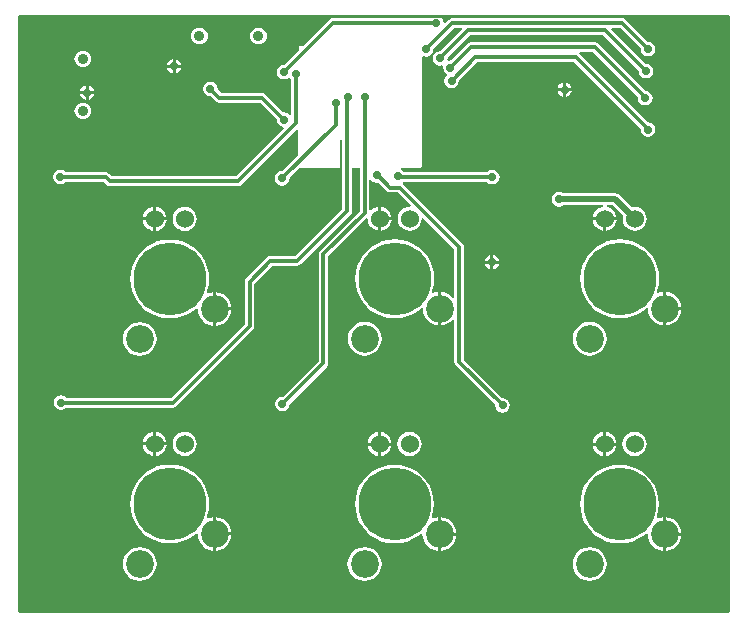
<source format=gbl>
G04*
G04 #@! TF.GenerationSoftware,Altium Limited,Altium Designer,19.0.15 (446)*
G04*
G04 Layer_Physical_Order=2*
G04 Layer_Color=16711680*
%FSLAX44Y44*%
%MOMM*%
G71*
G01*
G75*
%ADD12C,0.3000*%
%ADD16C,0.2540*%
%ADD58C,0.5000*%
%ADD59C,0.9000*%
%ADD60C,1.5240*%
%ADD61C,6.1500*%
%ADD62C,2.3500*%
%ADD63C,0.7112*%
G36*
X600000Y-503500D02*
X0D01*
Y0D01*
X347346D01*
X347978Y-1270D01*
X347705Y-1631D01*
X265941D01*
X264365Y-1944D01*
X263028Y-2837D01*
X240366Y-25500D01*
X236822D01*
X236772Y-29094D01*
X224516Y-41349D01*
X224191Y-41284D01*
X221812Y-41758D01*
X219796Y-43105D01*
X218449Y-45121D01*
X217976Y-47500D01*
X218449Y-49878D01*
X219796Y-51895D01*
X221812Y-53242D01*
X224191Y-53715D01*
X226570Y-53242D01*
X227714Y-52477D01*
X229425Y-52751D01*
X229855Y-53395D01*
X230131Y-53579D01*
Y-83667D01*
X228861Y-84052D01*
X228395Y-83355D01*
X226378Y-82008D01*
X224000Y-81535D01*
X223675Y-81599D01*
X208663Y-66587D01*
X207326Y-65694D01*
X205750Y-65381D01*
X170956D01*
X167901Y-62325D01*
X167965Y-62000D01*
X167492Y-59622D01*
X166145Y-57605D01*
X164128Y-56258D01*
X161750Y-55785D01*
X159372Y-56258D01*
X157355Y-57605D01*
X156008Y-59622D01*
X155535Y-62000D01*
X156008Y-64378D01*
X157355Y-66395D01*
X159372Y-67742D01*
X161750Y-68215D01*
X162075Y-68151D01*
X166337Y-72413D01*
X167674Y-73306D01*
X169250Y-73619D01*
X204044D01*
X217849Y-87425D01*
X217785Y-87750D01*
X218258Y-90128D01*
X219605Y-92145D01*
X221621Y-93492D01*
X223510Y-93868D01*
X224016Y-95159D01*
X183294Y-135881D01*
X78394D01*
X76100Y-133587D01*
X74764Y-132694D01*
X73188Y-132381D01*
X39329D01*
X39145Y-132105D01*
X37129Y-130758D01*
X34750Y-130284D01*
X32371Y-130758D01*
X30355Y-132105D01*
X29008Y-134121D01*
X28535Y-136500D01*
X29008Y-138878D01*
X30355Y-140895D01*
X32371Y-142242D01*
X34750Y-142715D01*
X37129Y-142242D01*
X39145Y-140895D01*
X39329Y-140619D01*
X71481D01*
X73775Y-142913D01*
X75111Y-143806D01*
X76688Y-144119D01*
X185000D01*
X186576Y-143806D01*
X187913Y-142913D01*
X235077Y-95749D01*
X236250Y-96235D01*
Y-118019D01*
X222919Y-131349D01*
X222594Y-131285D01*
X220215Y-131758D01*
X218199Y-133105D01*
X216851Y-135122D01*
X216378Y-137500D01*
X216851Y-139879D01*
X218199Y-141895D01*
X220215Y-143242D01*
X222594Y-143716D01*
X224972Y-143242D01*
X226989Y-141895D01*
X228336Y-139879D01*
X228809Y-137500D01*
X228744Y-137175D01*
X236919Y-129000D01*
X271250D01*
X271285Y-128965D01*
Y-105500D01*
X273381D01*
Y-163735D01*
X233735Y-203381D01*
X212500D01*
X210924Y-203694D01*
X209587Y-204587D01*
X192087Y-222087D01*
X191194Y-223424D01*
X190881Y-225000D01*
Y-260794D01*
X128294Y-323381D01*
X40079D01*
X39895Y-323105D01*
X37878Y-321757D01*
X35500Y-321284D01*
X33121Y-321757D01*
X31105Y-323105D01*
X29757Y-325121D01*
X29284Y-327500D01*
X29757Y-329878D01*
X31105Y-331895D01*
X33121Y-333242D01*
X35500Y-333715D01*
X37878Y-333242D01*
X39895Y-331895D01*
X40079Y-331619D01*
X130000D01*
X131577Y-331305D01*
X132913Y-330412D01*
X197913Y-265413D01*
X198806Y-264076D01*
X199119Y-262500D01*
Y-226706D01*
X214206Y-211619D01*
X235441D01*
X237018Y-211306D01*
X238354Y-210413D01*
X280413Y-168354D01*
X281306Y-167018D01*
X281619Y-165441D01*
Y-129000D01*
X288171D01*
Y-165399D01*
X254587Y-198982D01*
X253694Y-200319D01*
X253381Y-201895D01*
Y-292294D01*
X223076Y-322599D01*
X222750Y-322534D01*
X220372Y-323008D01*
X218355Y-324355D01*
X217008Y-326371D01*
X216535Y-328750D01*
X217008Y-331129D01*
X218355Y-333145D01*
X220372Y-334492D01*
X222750Y-334965D01*
X225129Y-334492D01*
X227145Y-333145D01*
X228493Y-331129D01*
X228966Y-328750D01*
X228901Y-328425D01*
X260413Y-296913D01*
X261306Y-295576D01*
X261619Y-294000D01*
Y-203601D01*
X293681Y-171539D01*
X294907Y-172110D01*
X295202Y-174352D01*
X296226Y-176824D01*
X297854Y-178946D01*
X299977Y-180574D01*
X302448Y-181598D01*
X303831Y-181780D01*
Y-171700D01*
Y-161619D01*
X302448Y-161801D01*
X299977Y-162825D01*
X297854Y-164454D01*
X297612Y-164770D01*
X296409Y-164362D01*
Y-139143D01*
X297679Y-138757D01*
X298105Y-139395D01*
X300121Y-140742D01*
X302500Y-141215D01*
X303754Y-140966D01*
X311075Y-148288D01*
X312411Y-149181D01*
X313988Y-149494D01*
X320419D01*
X331264Y-160340D01*
X330703Y-161479D01*
X330500Y-161452D01*
X327848Y-161801D01*
X325377Y-162825D01*
X323254Y-164454D01*
X321626Y-166576D01*
X320602Y-169047D01*
X320253Y-171700D01*
X320602Y-174352D01*
X321626Y-176824D01*
X323254Y-178946D01*
X325377Y-180574D01*
X327848Y-181598D01*
X330500Y-181947D01*
X333153Y-181598D01*
X335624Y-180574D01*
X337747Y-178946D01*
X339375Y-176824D01*
X340399Y-174352D01*
X340748Y-171700D01*
X340722Y-171498D01*
X341861Y-170936D01*
X368381Y-197456D01*
Y-238715D01*
X367178Y-239123D01*
X366092Y-237708D01*
X363107Y-235417D01*
X359631Y-233978D01*
X357170Y-233654D01*
Y-247900D01*
Y-262146D01*
X359631Y-261822D01*
X363107Y-260382D01*
X366092Y-258092D01*
X367178Y-256676D01*
X368381Y-257084D01*
Y-293000D01*
X368694Y-294576D01*
X369587Y-295913D01*
X403100Y-329425D01*
X403035Y-329750D01*
X403508Y-332129D01*
X404855Y-334145D01*
X406872Y-335493D01*
X409250Y-335966D01*
X411629Y-335493D01*
X413645Y-334145D01*
X414992Y-332129D01*
X415466Y-329750D01*
X414992Y-327372D01*
X413645Y-325355D01*
X411629Y-324008D01*
X409250Y-323535D01*
X408925Y-323600D01*
X376619Y-291294D01*
Y-195750D01*
X376306Y-194174D01*
X375413Y-192837D01*
X325038Y-142462D01*
X325163Y-141018D01*
X325517Y-140619D01*
X395862D01*
X396046Y-140895D01*
X398063Y-142242D01*
X400441Y-142716D01*
X402820Y-142242D01*
X404836Y-140895D01*
X406184Y-138879D01*
X406657Y-136500D01*
X406184Y-134122D01*
X404836Y-132105D01*
X402820Y-130758D01*
X400441Y-130285D01*
X398063Y-130758D01*
X396046Y-132105D01*
X395862Y-132381D01*
X325425D01*
X324836Y-131500D01*
X322995Y-130270D01*
X323020Y-129557D01*
X323207Y-129000D01*
X339408D01*
X341250Y-127158D01*
Y-34860D01*
X342520Y-34083D01*
X344441Y-34465D01*
X346820Y-33992D01*
X348836Y-32645D01*
X350183Y-30628D01*
X350657Y-28250D01*
X350592Y-27924D01*
X368397Y-10119D01*
X374692D01*
X375178Y-11293D01*
X356622Y-29849D01*
X356296Y-29784D01*
X353918Y-30258D01*
X351901Y-31605D01*
X350554Y-33621D01*
X350081Y-36000D01*
X350554Y-38378D01*
X351901Y-40395D01*
X353918Y-41742D01*
X356296Y-42215D01*
X357795Y-41917D01*
X358875Y-42997D01*
X358726Y-43750D01*
X359199Y-46128D01*
X360546Y-48145D01*
X361773Y-48965D01*
Y-50493D01*
X361605Y-50605D01*
X360258Y-52621D01*
X359785Y-55000D01*
X360258Y-57379D01*
X361605Y-59395D01*
X363621Y-60742D01*
X366000Y-61215D01*
X368378Y-60742D01*
X370395Y-59395D01*
X371742Y-57379D01*
X372215Y-55000D01*
X372151Y-54675D01*
X387706Y-39119D01*
X469794D01*
X526133Y-95458D01*
X525976Y-96250D01*
X526449Y-98628D01*
X527796Y-100645D01*
X529813Y-101992D01*
X532191Y-102465D01*
X534570Y-101992D01*
X536586Y-100645D01*
X537933Y-98628D01*
X538406Y-96250D01*
X537933Y-93871D01*
X536586Y-91855D01*
X534570Y-90508D01*
X532402Y-90076D01*
X474413Y-32087D01*
X474116Y-31889D01*
X474501Y-30619D01*
X485794D01*
X523883Y-68708D01*
X523726Y-69500D01*
X524199Y-71878D01*
X525546Y-73895D01*
X527562Y-75242D01*
X529941Y-75715D01*
X532320Y-75242D01*
X534336Y-73895D01*
X535683Y-71878D01*
X536157Y-69500D01*
X535683Y-67121D01*
X534336Y-65105D01*
X532320Y-63758D01*
X530152Y-63326D01*
X490413Y-23587D01*
X489076Y-22694D01*
X487500Y-22381D01*
X382191D01*
X380615Y-22694D01*
X379278Y-23587D01*
X365266Y-37599D01*
X364941Y-37534D01*
X363442Y-37833D01*
X362522Y-36913D01*
X362558Y-35564D01*
X381752Y-16369D01*
X494544D01*
X524509Y-46334D01*
X524476Y-46500D01*
X524949Y-48878D01*
X526296Y-50895D01*
X528312Y-52242D01*
X530691Y-52715D01*
X533070Y-52242D01*
X535086Y-50895D01*
X536433Y-48878D01*
X536907Y-46500D01*
X536433Y-44121D01*
X535086Y-42105D01*
X533070Y-40758D01*
X530691Y-40285D01*
X530206Y-40381D01*
X501118Y-11293D01*
X501604Y-10119D01*
X508544D01*
X526050Y-27625D01*
X525976Y-28000D01*
X526449Y-30378D01*
X527796Y-32395D01*
X529813Y-33742D01*
X532191Y-34215D01*
X534570Y-33742D01*
X536586Y-32395D01*
X537933Y-30378D01*
X538406Y-28000D01*
X537933Y-25621D01*
X536586Y-23605D01*
X534570Y-22258D01*
X532191Y-21785D01*
X531915Y-21839D01*
X513163Y-3087D01*
X511826Y-2194D01*
X510250Y-1881D01*
X366691D01*
X365115Y-2194D01*
X363778Y-3087D01*
X360520Y-6345D01*
X359917Y-6023D01*
X359392Y-5677D01*
X358933Y-3371D01*
X357586Y-1355D01*
X357459Y-1270D01*
X357844Y0D01*
X600000D01*
Y-503500D01*
D02*
G37*
%LPC*%
G36*
X202500Y-9899D02*
X200662Y-10141D01*
X198950Y-10851D01*
X197479Y-11979D01*
X196351Y-13450D01*
X195641Y-15162D01*
X195399Y-17000D01*
X195641Y-18838D01*
X196351Y-20550D01*
X197479Y-22021D01*
X198950Y-23149D01*
X200662Y-23859D01*
X202500Y-24101D01*
X204338Y-23859D01*
X206050Y-23149D01*
X207521Y-22021D01*
X208649Y-20550D01*
X209359Y-18838D01*
X209601Y-17000D01*
X209359Y-15162D01*
X208649Y-13450D01*
X207521Y-11979D01*
X206050Y-10851D01*
X204338Y-10141D01*
X202500Y-9899D01*
D02*
G37*
G36*
X152500D02*
X150662Y-10141D01*
X148950Y-10851D01*
X147479Y-11979D01*
X146351Y-13450D01*
X145641Y-15162D01*
X145399Y-17000D01*
X145641Y-18838D01*
X146351Y-20550D01*
X147479Y-22021D01*
X148950Y-23149D01*
X150662Y-23859D01*
X152500Y-24101D01*
X154338Y-23859D01*
X156050Y-23149D01*
X157521Y-22021D01*
X158649Y-20550D01*
X159359Y-18838D01*
X159601Y-17000D01*
X159359Y-15162D01*
X158649Y-13450D01*
X157521Y-11979D01*
X156050Y-10851D01*
X154338Y-10141D01*
X152500Y-9899D01*
D02*
G37*
G36*
X132270Y-36787D02*
Y-41480D01*
X136963D01*
X136742Y-40371D01*
X135395Y-38355D01*
X133378Y-37008D01*
X132270Y-36787D01*
D02*
G37*
G36*
X129730D02*
X128621Y-37008D01*
X126605Y-38355D01*
X125258Y-40371D01*
X125037Y-41480D01*
X129730D01*
Y-36787D01*
D02*
G37*
G36*
X53750Y-29399D02*
X51912Y-29641D01*
X50200Y-30351D01*
X48729Y-31479D01*
X47601Y-32950D01*
X46891Y-34662D01*
X46649Y-36500D01*
X46891Y-38338D01*
X47601Y-40050D01*
X48729Y-41521D01*
X50200Y-42649D01*
X51912Y-43359D01*
X53750Y-43601D01*
X55588Y-43359D01*
X57300Y-42649D01*
X58771Y-41521D01*
X59899Y-40050D01*
X60609Y-38338D01*
X60851Y-36500D01*
X60609Y-34662D01*
X59899Y-32950D01*
X58771Y-31479D01*
X57300Y-30351D01*
X55588Y-29641D01*
X53750Y-29399D01*
D02*
G37*
G36*
X136963Y-44020D02*
X132270D01*
Y-48713D01*
X133378Y-48492D01*
X135395Y-47145D01*
X136742Y-45128D01*
X136963Y-44020D01*
D02*
G37*
G36*
X129730D02*
X125037D01*
X125258Y-45128D01*
X126605Y-47145D01*
X128621Y-48492D01*
X129730Y-48713D01*
Y-44020D01*
D02*
G37*
G36*
X462961Y-56537D02*
Y-61230D01*
X467654D01*
X467434Y-60122D01*
X466086Y-58105D01*
X464070Y-56758D01*
X462961Y-56537D01*
D02*
G37*
G36*
X460421D02*
X459313Y-56758D01*
X457296Y-58105D01*
X455949Y-60122D01*
X455728Y-61230D01*
X460421D01*
Y-56537D01*
D02*
G37*
G36*
X58770Y-59037D02*
Y-63730D01*
X63463D01*
X63242Y-62621D01*
X61895Y-60605D01*
X59878Y-59258D01*
X58770Y-59037D01*
D02*
G37*
G36*
X56230D02*
X55121Y-59258D01*
X53105Y-60605D01*
X51757Y-62621D01*
X51537Y-63730D01*
X56230D01*
Y-59037D01*
D02*
G37*
G36*
X467654Y-63770D02*
X462961D01*
Y-68463D01*
X464070Y-68242D01*
X466086Y-66895D01*
X467434Y-64879D01*
X467654Y-63770D01*
D02*
G37*
G36*
X460421D02*
X455728D01*
X455949Y-64879D01*
X457296Y-66895D01*
X459313Y-68242D01*
X460421Y-68463D01*
Y-63770D01*
D02*
G37*
G36*
X63463Y-66270D02*
X58770D01*
Y-70963D01*
X59878Y-70742D01*
X61895Y-69395D01*
X63242Y-67378D01*
X63463Y-66270D01*
D02*
G37*
G36*
X56230D02*
X51537D01*
X51757Y-67378D01*
X53105Y-69395D01*
X55121Y-70742D01*
X56230Y-70963D01*
Y-66270D01*
D02*
G37*
G36*
X53750Y-73399D02*
X51912Y-73641D01*
X50200Y-74351D01*
X48729Y-75479D01*
X47601Y-76950D01*
X46891Y-78662D01*
X46649Y-80500D01*
X46891Y-82338D01*
X47601Y-84050D01*
X48729Y-85521D01*
X50200Y-86649D01*
X51912Y-87359D01*
X53750Y-87601D01*
X55588Y-87359D01*
X57300Y-86649D01*
X58771Y-85521D01*
X59899Y-84050D01*
X60609Y-82338D01*
X60851Y-80500D01*
X60609Y-78662D01*
X59899Y-76950D01*
X58771Y-75479D01*
X57300Y-74351D01*
X55588Y-73641D01*
X53750Y-73399D01*
D02*
G37*
G36*
X306371Y-161619D02*
Y-170430D01*
X315181D01*
X314999Y-169047D01*
X313975Y-166576D01*
X312347Y-164454D01*
X310224Y-162825D01*
X307753Y-161801D01*
X306371Y-161619D01*
D02*
G37*
G36*
X115871Y-161869D02*
Y-170680D01*
X124681D01*
X124499Y-169297D01*
X123475Y-166826D01*
X121847Y-164703D01*
X119724Y-163075D01*
X117253Y-162051D01*
X115871Y-161869D01*
D02*
G37*
G36*
X113330D02*
X111948Y-162051D01*
X109477Y-163075D01*
X107354Y-164703D01*
X105726Y-166826D01*
X104702Y-169297D01*
X104520Y-170680D01*
X113330D01*
Y-161869D01*
D02*
G37*
G36*
X505681Y-172970D02*
X496870D01*
Y-181780D01*
X498253Y-181598D01*
X500724Y-180574D01*
X502847Y-178946D01*
X504475Y-176824D01*
X505499Y-174352D01*
X505681Y-172970D01*
D02*
G37*
G36*
X315181D02*
X306371D01*
Y-181780D01*
X307753Y-181598D01*
X310224Y-180574D01*
X312347Y-178946D01*
X313975Y-176824D01*
X314999Y-174352D01*
X315181Y-172970D01*
D02*
G37*
G36*
X494330D02*
X485520D01*
X485702Y-174352D01*
X486726Y-176824D01*
X488354Y-178946D01*
X490477Y-180574D01*
X492948Y-181598D01*
X494330Y-181780D01*
Y-172970D01*
D02*
G37*
G36*
X456941Y-149035D02*
X454563Y-149508D01*
X452546Y-150855D01*
X451199Y-152872D01*
X450726Y-155250D01*
X451199Y-157629D01*
X452546Y-159645D01*
X454563Y-160993D01*
X456941Y-161466D01*
X459320Y-160993D01*
X460223Y-160389D01*
X493946D01*
X494029Y-161659D01*
X492948Y-161801D01*
X490477Y-162825D01*
X488354Y-164454D01*
X486726Y-166576D01*
X485702Y-169047D01*
X485520Y-170430D01*
X495601D01*
X505681D01*
X505499Y-169047D01*
X504475Y-166576D01*
X502847Y-164454D01*
X500724Y-162825D01*
X498253Y-161801D01*
X497172Y-161659D01*
X497255Y-160389D01*
X502422D01*
X511100Y-169066D01*
X510753Y-171700D01*
X511102Y-174352D01*
X512126Y-176824D01*
X513754Y-178946D01*
X515877Y-180574D01*
X518348Y-181598D01*
X521001Y-181947D01*
X523653Y-181598D01*
X526124Y-180574D01*
X528247Y-178946D01*
X529875Y-176824D01*
X530899Y-174352D01*
X531248Y-171700D01*
X530899Y-169047D01*
X529875Y-166576D01*
X528247Y-164454D01*
X526124Y-162825D01*
X523653Y-161801D01*
X521001Y-161452D01*
X518367Y-161799D01*
X508185Y-151616D01*
X506517Y-150503D01*
X504551Y-150111D01*
X460223D01*
X459320Y-149508D01*
X456941Y-149035D01*
D02*
G37*
G36*
X124681Y-173220D02*
X115871D01*
Y-182030D01*
X117253Y-181848D01*
X119724Y-180824D01*
X121847Y-179196D01*
X123475Y-177073D01*
X124499Y-174602D01*
X124681Y-173220D01*
D02*
G37*
G36*
X113330D02*
X104520D01*
X104702Y-174602D01*
X105726Y-177073D01*
X107354Y-179196D01*
X109477Y-180824D01*
X111948Y-181848D01*
X113330Y-182030D01*
Y-173220D01*
D02*
G37*
G36*
X140000Y-161702D02*
X137348Y-162051D01*
X134877Y-163075D01*
X132754Y-164703D01*
X131126Y-166826D01*
X130102Y-169297D01*
X129753Y-171950D01*
X130102Y-174602D01*
X131126Y-177073D01*
X132754Y-179196D01*
X134877Y-180824D01*
X137348Y-181848D01*
X140000Y-182197D01*
X142653Y-181848D01*
X145124Y-180824D01*
X147247Y-179196D01*
X148875Y-177073D01*
X149899Y-174602D01*
X150248Y-171950D01*
X149899Y-169297D01*
X148875Y-166826D01*
X147247Y-164703D01*
X145124Y-163075D01*
X142653Y-162051D01*
X140000Y-161702D01*
D02*
G37*
G36*
X401461Y-202537D02*
Y-207230D01*
X406154D01*
X405934Y-206122D01*
X404586Y-204105D01*
X402570Y-202758D01*
X401461Y-202537D01*
D02*
G37*
G36*
X398921D02*
X397813Y-202758D01*
X395796Y-204105D01*
X394449Y-206122D01*
X394229Y-207230D01*
X398921D01*
Y-202537D01*
D02*
G37*
G36*
X406154Y-209770D02*
X401461D01*
Y-214463D01*
X402570Y-214242D01*
X404586Y-212895D01*
X405934Y-210879D01*
X406154Y-209770D01*
D02*
G37*
G36*
X398921D02*
X394229D01*
X394449Y-210879D01*
X395796Y-212895D01*
X397813Y-214242D01*
X398921Y-214463D01*
Y-209770D01*
D02*
G37*
G36*
X547671Y-233654D02*
Y-246630D01*
X560647D01*
X560323Y-244169D01*
X558883Y-240693D01*
X556592Y-237708D01*
X553607Y-235417D01*
X550131Y-233978D01*
X547671Y-233654D01*
D02*
G37*
G36*
X166670Y-233904D02*
Y-246880D01*
X179647D01*
X179323Y-244419D01*
X177883Y-240943D01*
X175592Y-237958D01*
X172607Y-235667D01*
X169131Y-234227D01*
X166670Y-233904D01*
D02*
G37*
G36*
X560647Y-249170D02*
X547671D01*
Y-262146D01*
X550131Y-261822D01*
X553607Y-260382D01*
X556592Y-258092D01*
X558883Y-255106D01*
X560323Y-251630D01*
X560647Y-249170D01*
D02*
G37*
G36*
X508301Y-189107D02*
X503077Y-189518D01*
X497982Y-190741D01*
X493140Y-192746D01*
X488673Y-195484D01*
X484688Y-198887D01*
X481285Y-202872D01*
X478547Y-207340D01*
X476542Y-212181D01*
X475319Y-217276D01*
X474908Y-222500D01*
X475319Y-227724D01*
X476542Y-232819D01*
X478547Y-237660D01*
X481285Y-242128D01*
X484688Y-246112D01*
X488673Y-249515D01*
X493140Y-252253D01*
X497982Y-254258D01*
X503077Y-255481D01*
X508301Y-255893D01*
X513524Y-255481D01*
X518619Y-254258D01*
X523461Y-252253D01*
X527928Y-249515D01*
X530818Y-247047D01*
X532014Y-247696D01*
X531987Y-247900D01*
X532478Y-251630D01*
X533918Y-255106D01*
X536209Y-258092D01*
X539194Y-260382D01*
X542670Y-261822D01*
X545131Y-262146D01*
Y-247900D01*
Y-233654D01*
X542670Y-233978D01*
X540598Y-234836D01*
X539626Y-233864D01*
X540059Y-232819D01*
X541282Y-227724D01*
X541693Y-222500D01*
X541282Y-217276D01*
X540059Y-212181D01*
X538054Y-207340D01*
X535316Y-202872D01*
X531913Y-198887D01*
X527928Y-195484D01*
X523461Y-192746D01*
X518619Y-190741D01*
X513524Y-189518D01*
X508301Y-189107D01*
D02*
G37*
G36*
X317801D02*
X312577Y-189518D01*
X307482Y-190741D01*
X302640Y-192746D01*
X298173Y-195484D01*
X294188Y-198887D01*
X290785Y-202872D01*
X288047Y-207340D01*
X286042Y-212181D01*
X284819Y-217276D01*
X284408Y-222500D01*
X284819Y-227724D01*
X286042Y-232819D01*
X288047Y-237660D01*
X290785Y-242128D01*
X294188Y-246112D01*
X298173Y-249515D01*
X302640Y-252253D01*
X307482Y-254258D01*
X312577Y-255481D01*
X317801Y-255893D01*
X323024Y-255481D01*
X328120Y-254258D01*
X332961Y-252253D01*
X337428Y-249515D01*
X340318Y-247047D01*
X341514Y-247696D01*
X341487Y-247900D01*
X341978Y-251630D01*
X343418Y-255106D01*
X345709Y-258092D01*
X348694Y-260382D01*
X352170Y-261822D01*
X354631Y-262146D01*
Y-247900D01*
Y-233654D01*
X352170Y-233978D01*
X350098Y-234836D01*
X349126Y-233864D01*
X349559Y-232819D01*
X350782Y-227724D01*
X351194Y-222500D01*
X350782Y-217276D01*
X349559Y-212181D01*
X347554Y-207340D01*
X344816Y-202872D01*
X341413Y-198887D01*
X337428Y-195484D01*
X332961Y-192746D01*
X328120Y-190741D01*
X323024Y-189518D01*
X317801Y-189107D01*
D02*
G37*
G36*
X179647Y-249420D02*
X166670D01*
Y-262396D01*
X169131Y-262072D01*
X172607Y-260632D01*
X175592Y-258341D01*
X177883Y-255356D01*
X179323Y-251880D01*
X179647Y-249420D01*
D02*
G37*
G36*
X127301Y-189357D02*
X122077Y-189768D01*
X116982Y-190991D01*
X112140Y-192996D01*
X107673Y-195734D01*
X103688Y-199137D01*
X100285Y-203122D01*
X97547Y-207590D01*
X95542Y-212431D01*
X94319Y-217526D01*
X93908Y-222750D01*
X94319Y-227973D01*
X95542Y-233069D01*
X97547Y-237910D01*
X100285Y-242377D01*
X103688Y-246362D01*
X107673Y-249765D01*
X112140Y-252503D01*
X116982Y-254508D01*
X122077Y-255732D01*
X127301Y-256143D01*
X132524Y-255732D01*
X137619Y-254508D01*
X142461Y-252503D01*
X146928Y-249765D01*
X149818Y-247297D01*
X151014Y-247946D01*
X150987Y-248150D01*
X151478Y-251880D01*
X152918Y-255356D01*
X155209Y-258341D01*
X158194Y-260632D01*
X161670Y-262072D01*
X164130Y-262396D01*
Y-248150D01*
Y-233904D01*
X161670Y-234227D01*
X159598Y-235086D01*
X158626Y-234114D01*
X159059Y-233069D01*
X160282Y-227973D01*
X160693Y-222750D01*
X160282Y-217526D01*
X159059Y-212431D01*
X157054Y-207590D01*
X154316Y-203122D01*
X150913Y-199137D01*
X146928Y-195734D01*
X142461Y-192996D01*
X137619Y-190991D01*
X132524Y-189768D01*
X127301Y-189357D01*
D02*
G37*
G36*
X482901Y-258886D02*
X479170Y-259377D01*
X475694Y-260817D01*
X472709Y-263108D01*
X470418Y-266093D01*
X468978Y-269569D01*
X468487Y-273300D01*
X468978Y-277030D01*
X470418Y-280506D01*
X472709Y-283491D01*
X475694Y-285782D01*
X479170Y-287222D01*
X482901Y-287713D01*
X486631Y-287222D01*
X490107Y-285782D01*
X493092Y-283491D01*
X495383Y-280506D01*
X496823Y-277030D01*
X497314Y-273300D01*
X496823Y-269569D01*
X495383Y-266093D01*
X493092Y-263108D01*
X490107Y-260817D01*
X486631Y-259377D01*
X482901Y-258886D01*
D02*
G37*
G36*
X292400D02*
X288670Y-259377D01*
X285194Y-260817D01*
X282209Y-263108D01*
X279918Y-266093D01*
X278478Y-269569D01*
X277987Y-273300D01*
X278478Y-277030D01*
X279918Y-280506D01*
X282209Y-283491D01*
X285194Y-285782D01*
X288670Y-287222D01*
X292400Y-287713D01*
X296131Y-287222D01*
X299607Y-285782D01*
X302592Y-283491D01*
X304883Y-280506D01*
X306323Y-277030D01*
X306814Y-273300D01*
X306323Y-269569D01*
X304883Y-266093D01*
X302592Y-263108D01*
X299607Y-260817D01*
X296131Y-259377D01*
X292400Y-258886D01*
D02*
G37*
G36*
X101901Y-259136D02*
X98170Y-259627D01*
X94694Y-261067D01*
X91709Y-263358D01*
X89418Y-266343D01*
X87978Y-269819D01*
X87487Y-273550D01*
X87978Y-277280D01*
X89418Y-280756D01*
X91709Y-283741D01*
X94694Y-286032D01*
X98170Y-287472D01*
X101901Y-287963D01*
X105631Y-287472D01*
X109107Y-286032D01*
X112092Y-283741D01*
X114383Y-280756D01*
X115823Y-277280D01*
X116314Y-273550D01*
X115823Y-269819D01*
X114383Y-266343D01*
X112092Y-263358D01*
X109107Y-261067D01*
X105631Y-259627D01*
X101901Y-259136D01*
D02*
G37*
G36*
X115871Y-352369D02*
Y-361180D01*
X124681D01*
X124499Y-359797D01*
X123475Y-357326D01*
X121847Y-355203D01*
X119724Y-353575D01*
X117253Y-352551D01*
X115871Y-352369D01*
D02*
G37*
G36*
X113330D02*
X111948Y-352551D01*
X109477Y-353575D01*
X107354Y-355203D01*
X105726Y-357326D01*
X104702Y-359797D01*
X104520Y-361180D01*
X113330D01*
Y-352369D01*
D02*
G37*
G36*
X496760Y-352419D02*
Y-361230D01*
X505571D01*
X505389Y-359848D01*
X504365Y-357376D01*
X502737Y-355254D01*
X500614Y-353625D01*
X498143Y-352601D01*
X496760Y-352419D01*
D02*
G37*
G36*
X306260D02*
Y-361230D01*
X315070D01*
X314888Y-359848D01*
X313864Y-357376D01*
X312236Y-355254D01*
X310114Y-353625D01*
X307642Y-352601D01*
X306260Y-352419D01*
D02*
G37*
G36*
X494220D02*
X492838Y-352601D01*
X490367Y-353625D01*
X488244Y-355254D01*
X486615Y-357376D01*
X485592Y-359848D01*
X485410Y-361230D01*
X494220D01*
Y-352419D01*
D02*
G37*
G36*
X303720D02*
X302337Y-352601D01*
X299866Y-353625D01*
X297744Y-355254D01*
X296115Y-357376D01*
X295091Y-359848D01*
X294909Y-361230D01*
X303720D01*
Y-352419D01*
D02*
G37*
G36*
X124681Y-363720D02*
X115871D01*
Y-372530D01*
X117253Y-372348D01*
X119724Y-371324D01*
X121847Y-369696D01*
X123475Y-367574D01*
X124499Y-365102D01*
X124681Y-363720D01*
D02*
G37*
G36*
X113330D02*
X104520D01*
X104702Y-365102D01*
X105726Y-367574D01*
X107354Y-369696D01*
X109477Y-371324D01*
X111948Y-372348D01*
X113330Y-372530D01*
Y-363720D01*
D02*
G37*
G36*
X505571Y-363770D02*
X496760D01*
Y-372580D01*
X498143Y-372398D01*
X500614Y-371375D01*
X502737Y-369746D01*
X504365Y-367624D01*
X505389Y-365152D01*
X505571Y-363770D01*
D02*
G37*
G36*
X315070D02*
X306260D01*
Y-372580D01*
X307642Y-372398D01*
X310114Y-371375D01*
X312236Y-369746D01*
X313864Y-367624D01*
X314888Y-365152D01*
X315070Y-363770D01*
D02*
G37*
G36*
X494220D02*
X485410D01*
X485592Y-365152D01*
X486615Y-367624D01*
X488244Y-369746D01*
X490367Y-371375D01*
X492838Y-372398D01*
X494220Y-372580D01*
Y-363770D01*
D02*
G37*
G36*
X303720D02*
X294909D01*
X295091Y-365152D01*
X296115Y-367624D01*
X297744Y-369746D01*
X299866Y-371375D01*
X302337Y-372398D01*
X303720Y-372580D01*
Y-363770D01*
D02*
G37*
G36*
X140000Y-352202D02*
X137348Y-352551D01*
X134877Y-353575D01*
X132754Y-355203D01*
X131126Y-357326D01*
X130102Y-359797D01*
X129753Y-362450D01*
X130102Y-365102D01*
X131126Y-367574D01*
X132754Y-369696D01*
X134877Y-371324D01*
X137348Y-372348D01*
X140000Y-372697D01*
X142653Y-372348D01*
X145124Y-371324D01*
X147247Y-369696D01*
X148875Y-367574D01*
X149899Y-365102D01*
X150248Y-362450D01*
X149899Y-359797D01*
X148875Y-357326D01*
X147247Y-355203D01*
X145124Y-353575D01*
X142653Y-352551D01*
X140000Y-352202D01*
D02*
G37*
G36*
X520890Y-352252D02*
X518238Y-352601D01*
X515766Y-353625D01*
X513644Y-355254D01*
X512015Y-357376D01*
X510992Y-359848D01*
X510643Y-362500D01*
X510992Y-365152D01*
X512015Y-367624D01*
X513644Y-369746D01*
X515766Y-371375D01*
X518238Y-372398D01*
X520890Y-372748D01*
X523543Y-372398D01*
X526014Y-371375D01*
X528136Y-369746D01*
X529765Y-367624D01*
X530789Y-365152D01*
X531138Y-362500D01*
X530789Y-359848D01*
X529765Y-357376D01*
X528136Y-355254D01*
X526014Y-353625D01*
X523543Y-352601D01*
X520890Y-352252D01*
D02*
G37*
G36*
X330390D02*
X327738Y-352601D01*
X325266Y-353625D01*
X323144Y-355254D01*
X321515Y-357376D01*
X320491Y-359848D01*
X320142Y-362500D01*
X320491Y-365152D01*
X321515Y-367624D01*
X323144Y-369746D01*
X325266Y-371375D01*
X327738Y-372398D01*
X330390Y-372748D01*
X333042Y-372398D01*
X335514Y-371375D01*
X337636Y-369746D01*
X339264Y-367624D01*
X340288Y-365152D01*
X340638Y-362500D01*
X340288Y-359848D01*
X339264Y-357376D01*
X337636Y-355254D01*
X335514Y-353625D01*
X333042Y-352601D01*
X330390Y-352252D01*
D02*
G37*
G36*
X166670Y-424403D02*
Y-437380D01*
X179647D01*
X179323Y-434919D01*
X177883Y-431443D01*
X175592Y-428458D01*
X172607Y-426167D01*
X169131Y-424727D01*
X166670Y-424403D01*
D02*
G37*
G36*
X547560Y-424454D02*
Y-437430D01*
X560536D01*
X560213Y-434969D01*
X558773Y-431493D01*
X556482Y-428508D01*
X553497Y-426218D01*
X550021Y-424778D01*
X547560Y-424454D01*
D02*
G37*
G36*
X357060D02*
Y-437430D01*
X370036D01*
X369712Y-434969D01*
X368272Y-431493D01*
X365981Y-428508D01*
X362996Y-426218D01*
X359520Y-424778D01*
X357060Y-424454D01*
D02*
G37*
G36*
X179647Y-439920D02*
X166670D01*
Y-452896D01*
X169131Y-452572D01*
X172607Y-451132D01*
X175592Y-448841D01*
X177883Y-445856D01*
X179323Y-442380D01*
X179647Y-439920D01*
D02*
G37*
G36*
X127301Y-379857D02*
X122077Y-380268D01*
X116982Y-381491D01*
X112140Y-383496D01*
X107673Y-386234D01*
X103688Y-389637D01*
X100285Y-393622D01*
X97547Y-398090D01*
X95542Y-402931D01*
X94319Y-408026D01*
X93908Y-413250D01*
X94319Y-418474D01*
X95542Y-423569D01*
X97547Y-428410D01*
X100285Y-432878D01*
X103688Y-436862D01*
X107673Y-440265D01*
X112140Y-443003D01*
X116982Y-445008D01*
X122077Y-446231D01*
X127301Y-446643D01*
X132524Y-446231D01*
X137619Y-445008D01*
X142461Y-443003D01*
X146928Y-440265D01*
X149818Y-437797D01*
X151014Y-438446D01*
X150987Y-438650D01*
X151478Y-442380D01*
X152918Y-445856D01*
X155209Y-448841D01*
X158194Y-451132D01*
X161670Y-452572D01*
X164130Y-452896D01*
Y-438650D01*
Y-424403D01*
X161670Y-424727D01*
X159598Y-425586D01*
X158626Y-424614D01*
X159059Y-423569D01*
X160282Y-418474D01*
X160693Y-413250D01*
X160282Y-408026D01*
X159059Y-402931D01*
X157054Y-398090D01*
X154316Y-393622D01*
X150913Y-389637D01*
X146928Y-386234D01*
X142461Y-383496D01*
X137619Y-381491D01*
X132524Y-380268D01*
X127301Y-379857D01*
D02*
G37*
G36*
X560536Y-439970D02*
X547560D01*
Y-452946D01*
X550021Y-452622D01*
X553497Y-451182D01*
X556482Y-448892D01*
X558773Y-445907D01*
X560213Y-442430D01*
X560536Y-439970D01*
D02*
G37*
G36*
X370036D02*
X357060D01*
Y-452946D01*
X359520Y-452622D01*
X362996Y-451182D01*
X365981Y-448892D01*
X368272Y-445907D01*
X369712Y-442430D01*
X370036Y-439970D01*
D02*
G37*
G36*
X508190Y-379907D02*
X502966Y-380318D01*
X497871Y-381541D01*
X493030Y-383547D01*
X488562Y-386284D01*
X484578Y-389688D01*
X481175Y-393672D01*
X478437Y-398140D01*
X476432Y-402981D01*
X475209Y-408076D01*
X474797Y-413300D01*
X475209Y-418524D01*
X476432Y-423619D01*
X478437Y-428460D01*
X481175Y-432928D01*
X484578Y-436912D01*
X488562Y-440315D01*
X493030Y-443053D01*
X497871Y-445059D01*
X502966Y-446282D01*
X508190Y-446693D01*
X513414Y-446282D01*
X518509Y-445059D01*
X523350Y-443053D01*
X527818Y-440315D01*
X530708Y-437847D01*
X531904Y-438496D01*
X531877Y-438700D01*
X532368Y-442430D01*
X533808Y-445907D01*
X536099Y-448892D01*
X539084Y-451182D01*
X542560Y-452622D01*
X545020Y-452946D01*
Y-438700D01*
Y-424454D01*
X542560Y-424778D01*
X540488Y-425636D01*
X539516Y-424664D01*
X539949Y-423619D01*
X541172Y-418524D01*
X541583Y-413300D01*
X541172Y-408076D01*
X539949Y-402981D01*
X537944Y-398140D01*
X535206Y-393672D01*
X531803Y-389688D01*
X527818Y-386284D01*
X523350Y-383547D01*
X518509Y-381541D01*
X513414Y-380318D01*
X508190Y-379907D01*
D02*
G37*
G36*
X317690D02*
X312466Y-380318D01*
X307371Y-381541D01*
X302530Y-383547D01*
X298062Y-386284D01*
X294077Y-389688D01*
X290674Y-393672D01*
X287936Y-398140D01*
X285931Y-402981D01*
X284708Y-408076D01*
X284297Y-413300D01*
X284708Y-418524D01*
X285931Y-423619D01*
X287936Y-428460D01*
X290674Y-432928D01*
X294077Y-436912D01*
X298062Y-440315D01*
X302530Y-443053D01*
X307371Y-445059D01*
X312466Y-446282D01*
X317690Y-446693D01*
X322914Y-446282D01*
X328009Y-445059D01*
X332850Y-443053D01*
X337318Y-440315D01*
X340208Y-437847D01*
X341403Y-438496D01*
X341376Y-438700D01*
X341868Y-442430D01*
X343307Y-445907D01*
X345598Y-448892D01*
X348583Y-451182D01*
X352059Y-452622D01*
X354520Y-452946D01*
Y-438700D01*
Y-424454D01*
X352059Y-424778D01*
X349988Y-425636D01*
X349016Y-424664D01*
X349448Y-423619D01*
X350672Y-418524D01*
X351083Y-413300D01*
X350672Y-408076D01*
X349448Y-402981D01*
X347443Y-398140D01*
X344705Y-393672D01*
X341302Y-389688D01*
X337318Y-386284D01*
X332850Y-383547D01*
X328009Y-381541D01*
X322914Y-380318D01*
X317690Y-379907D01*
D02*
G37*
G36*
X101901Y-449636D02*
X98170Y-450127D01*
X94694Y-451567D01*
X91709Y-453858D01*
X89418Y-456843D01*
X87978Y-460319D01*
X87487Y-464050D01*
X87978Y-467780D01*
X89418Y-471256D01*
X91709Y-474241D01*
X94694Y-476532D01*
X98170Y-477972D01*
X101901Y-478463D01*
X105631Y-477972D01*
X109107Y-476532D01*
X112092Y-474241D01*
X114383Y-471256D01*
X115823Y-467780D01*
X116314Y-464050D01*
X115823Y-460319D01*
X114383Y-456843D01*
X112092Y-453858D01*
X109107Y-451567D01*
X105631Y-450127D01*
X101901Y-449636D01*
D02*
G37*
G36*
X482790Y-449687D02*
X479060Y-450178D01*
X475584Y-451618D01*
X472598Y-453908D01*
X470308Y-456893D01*
X468868Y-460369D01*
X468377Y-464100D01*
X468868Y-467830D01*
X470308Y-471307D01*
X472598Y-474292D01*
X475584Y-476582D01*
X479060Y-478022D01*
X482790Y-478513D01*
X486521Y-478022D01*
X489997Y-476582D01*
X492982Y-474292D01*
X495273Y-471307D01*
X496712Y-467830D01*
X497204Y-464100D01*
X496712Y-460369D01*
X495273Y-456893D01*
X492982Y-453908D01*
X489997Y-451618D01*
X486521Y-450178D01*
X482790Y-449687D01*
D02*
G37*
G36*
X292290D02*
X288559Y-450178D01*
X285083Y-451618D01*
X282098Y-453908D01*
X279807Y-456893D01*
X278368Y-460369D01*
X277876Y-464100D01*
X278368Y-467830D01*
X279807Y-471307D01*
X282098Y-474292D01*
X285083Y-476582D01*
X288559Y-478022D01*
X292290Y-478513D01*
X296020Y-478022D01*
X299496Y-476582D01*
X302481Y-474292D01*
X304772Y-471307D01*
X306212Y-467830D01*
X306703Y-464100D01*
X306212Y-460369D01*
X304772Y-456893D01*
X302481Y-453908D01*
X299496Y-451618D01*
X296020Y-450178D01*
X292290Y-449687D01*
D02*
G37*
%LPD*%
D12*
X224191Y-47500D02*
X265941Y-5750D01*
X234250Y-90750D02*
Y-49000D01*
X265941Y-5750D02*
X353191D01*
X185000Y-140000D02*
X234250Y-90750D01*
X356296Y-36000D02*
X380046Y-12250D01*
X205750Y-69500D02*
X224000Y-87750D01*
X169250Y-69500D02*
X205750D01*
X161750Y-62000D02*
X169250Y-69500D01*
X76688Y-140000D02*
X185000D01*
X73188Y-136500D02*
X76688Y-140000D01*
X34750Y-136500D02*
X73188D01*
X496250Y-12250D02*
X531000Y-47000D01*
X380046Y-12250D02*
X496250D01*
X510250Y-6000D02*
X532000Y-27750D01*
X366691Y-6000D02*
X510250D01*
X344441Y-28250D02*
X366691Y-6000D01*
X487500Y-26500D02*
X530500Y-69500D01*
X471500Y-35000D02*
X532750Y-96250D01*
X386000Y-35000D02*
X471500D01*
X366000Y-55000D02*
X386000Y-35000D01*
X382191Y-26500D02*
X487500D01*
X364941Y-43750D02*
X382191Y-26500D01*
X267941Y-92153D02*
Y-74000D01*
X222594Y-137500D02*
X267941Y-92153D01*
X321500Y-136500D02*
X400441D01*
X322125Y-145375D02*
X372500Y-195750D01*
X313988Y-145375D02*
X322125D01*
X372500Y-293000D02*
Y-195750D01*
X303613Y-135000D02*
X313988Y-145375D01*
X302500Y-135000D02*
X303613D01*
X292290Y-167105D02*
Y-69651D01*
X257500Y-201895D02*
X292290Y-167105D01*
Y-69651D02*
X292941Y-69000D01*
X372500Y-293000D02*
X409250Y-329750D01*
X257500Y-294000D02*
Y-201895D01*
X222750Y-328750D02*
X257500Y-294000D01*
X277500Y-165441D02*
Y-69000D01*
X195000Y-262500D02*
Y-225000D01*
X130000Y-327500D02*
X195000Y-262500D01*
X35500Y-327500D02*
X130000D01*
X195000Y-225000D02*
X212500Y-207500D01*
X235441D01*
X277500Y-165441D01*
D16*
X-0Y0D02*
X600000D01*
Y-503500D02*
Y0D01*
X-0Y-503500D02*
X600000D01*
X-0D02*
Y0D01*
D58*
X456941Y-155250D02*
X504551D01*
X521001Y-171700D01*
D59*
X152500Y-17000D02*
D03*
X202500D02*
D03*
X53750Y-36500D02*
D03*
Y-80500D02*
D03*
D60*
X140000Y-171950D02*
D03*
X114600D02*
D03*
X305100Y-171700D02*
D03*
X330500D02*
D03*
X521001D02*
D03*
X495601D02*
D03*
X114600Y-362450D02*
D03*
X140000D02*
D03*
X520890Y-362500D02*
D03*
X495490D02*
D03*
X304990D02*
D03*
X330390D02*
D03*
D61*
X127301Y-222750D02*
D03*
X317801Y-222500D02*
D03*
X508301D02*
D03*
X127301Y-413250D02*
D03*
X508190Y-413300D02*
D03*
X317690D02*
D03*
D62*
X101901Y-273550D02*
D03*
X165401Y-248150D02*
D03*
X355900Y-247900D02*
D03*
X292400Y-273300D02*
D03*
X482901D02*
D03*
X546400Y-247900D02*
D03*
X165401Y-438650D02*
D03*
X101901Y-464050D02*
D03*
X482790Y-464100D02*
D03*
X546290Y-438700D02*
D03*
X355790D02*
D03*
X292290Y-464100D02*
D03*
D63*
X131000Y-42750D02*
D03*
X224191Y-47500D02*
D03*
X234250Y-49000D02*
D03*
X353191Y-5750D02*
D03*
X356296Y-36000D02*
D03*
X224000Y-87750D02*
D03*
X161750Y-62000D02*
D03*
X461691Y-62500D02*
D03*
X400191Y-208500D02*
D03*
X532191Y-96250D02*
D03*
X529941Y-69500D02*
D03*
X530691Y-46500D02*
D03*
X532191Y-28000D02*
D03*
X366000Y-55000D02*
D03*
X364941Y-43750D02*
D03*
X344441Y-28250D02*
D03*
X267941Y-74000D02*
D03*
X320441Y-135895D02*
D03*
X400441Y-136500D02*
D03*
X302500Y-135000D02*
D03*
X277941Y-69000D02*
D03*
X292941D02*
D03*
X456941Y-155250D02*
D03*
X222594Y-137500D02*
D03*
X57500Y-65000D02*
D03*
X34750Y-136500D02*
D03*
X409250Y-329750D02*
D03*
X35500Y-327500D02*
D03*
X222750Y-328750D02*
D03*
M02*

</source>
